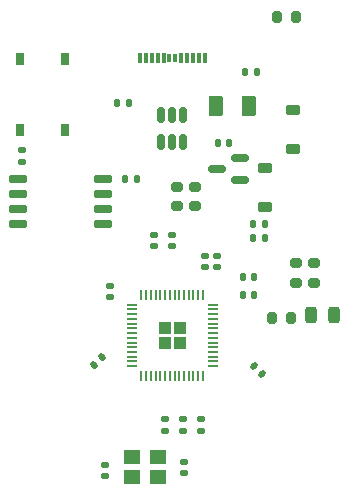
<source format=gbr>
%TF.GenerationSoftware,KiCad,Pcbnew,(7.0.0)*%
%TF.CreationDate,2023-03-04T09:22:39-05:00*%
%TF.ProjectId,ICOF1,49434f46-312e-46b6-9963-61645f706362,rev?*%
%TF.SameCoordinates,Original*%
%TF.FileFunction,Paste,Top*%
%TF.FilePolarity,Positive*%
%FSLAX46Y46*%
G04 Gerber Fmt 4.6, Leading zero omitted, Abs format (unit mm)*
G04 Created by KiCad (PCBNEW (7.0.0)) date 2023-03-04 09:22:39*
%MOMM*%
%LPD*%
G01*
G04 APERTURE LIST*
G04 Aperture macros list*
%AMRoundRect*
0 Rectangle with rounded corners*
0 $1 Rounding radius*
0 $2 $3 $4 $5 $6 $7 $8 $9 X,Y pos of 4 corners*
0 Add a 4 corners polygon primitive as box body*
4,1,4,$2,$3,$4,$5,$6,$7,$8,$9,$2,$3,0*
0 Add four circle primitives for the rounded corners*
1,1,$1+$1,$2,$3*
1,1,$1+$1,$4,$5*
1,1,$1+$1,$6,$7*
1,1,$1+$1,$8,$9*
0 Add four rect primitives between the rounded corners*
20,1,$1+$1,$2,$3,$4,$5,0*
20,1,$1+$1,$4,$5,$6,$7,0*
20,1,$1+$1,$6,$7,$8,$9,0*
20,1,$1+$1,$8,$9,$2,$3,0*%
G04 Aperture macros list end*
%ADD10R,0.750000X1.000000*%
%ADD11RoundRect,0.243750X-0.243750X-0.456250X0.243750X-0.456250X0.243750X0.456250X-0.243750X0.456250X0*%
%ADD12RoundRect,0.200000X-0.200000X-0.275000X0.200000X-0.275000X0.200000X0.275000X-0.200000X0.275000X0*%
%ADD13RoundRect,0.050000X-0.050000X-0.387500X0.050000X-0.387500X0.050000X0.387500X-0.050000X0.387500X0*%
%ADD14RoundRect,0.050000X-0.387500X-0.050000X0.387500X-0.050000X0.387500X0.050000X-0.387500X0.050000X0*%
%ADD15RoundRect,0.250000X-0.292217X-0.292217X0.292217X-0.292217X0.292217X0.292217X-0.292217X0.292217X0*%
%ADD16RoundRect,0.140000X0.170000X-0.140000X0.170000X0.140000X-0.170000X0.140000X-0.170000X-0.140000X0*%
%ADD17RoundRect,0.200000X-0.275000X0.200000X-0.275000X-0.200000X0.275000X-0.200000X0.275000X0.200000X0*%
%ADD18RoundRect,0.150000X0.587500X0.150000X-0.587500X0.150000X-0.587500X-0.150000X0.587500X-0.150000X0*%
%ADD19RoundRect,0.140000X0.140000X0.170000X-0.140000X0.170000X-0.140000X-0.170000X0.140000X-0.170000X0*%
%ADD20RoundRect,0.200000X0.275000X-0.200000X0.275000X0.200000X-0.275000X0.200000X-0.275000X-0.200000X0*%
%ADD21RoundRect,0.140000X-0.219203X-0.021213X-0.021213X-0.219203X0.219203X0.021213X0.021213X0.219203X0*%
%ADD22RoundRect,0.135000X0.135000X0.185000X-0.135000X0.185000X-0.135000X-0.185000X0.135000X-0.185000X0*%
%ADD23R,1.400000X1.200000*%
%ADD24RoundRect,0.140000X-0.021213X0.219203X-0.219203X0.021213X0.021213X-0.219203X0.219203X-0.021213X0*%
%ADD25RoundRect,0.250000X-0.375000X-0.625000X0.375000X-0.625000X0.375000X0.625000X-0.375000X0.625000X0*%
%ADD26RoundRect,0.225000X0.375000X-0.225000X0.375000X0.225000X-0.375000X0.225000X-0.375000X-0.225000X0*%
%ADD27RoundRect,0.200000X0.200000X0.275000X-0.200000X0.275000X-0.200000X-0.275000X0.200000X-0.275000X0*%
%ADD28RoundRect,0.140000X-0.140000X-0.170000X0.140000X-0.170000X0.140000X0.170000X-0.140000X0.170000X0*%
%ADD29RoundRect,0.135000X0.185000X-0.135000X0.185000X0.135000X-0.185000X0.135000X-0.185000X-0.135000X0*%
%ADD30RoundRect,0.140000X-0.170000X0.140000X-0.170000X-0.140000X0.170000X-0.140000X0.170000X0.140000X0*%
%ADD31RoundRect,0.135000X-0.185000X0.135000X-0.185000X-0.135000X0.185000X-0.135000X0.185000X0.135000X0*%
%ADD32RoundRect,0.150000X-0.150000X0.512500X-0.150000X-0.512500X0.150000X-0.512500X0.150000X0.512500X0*%
%ADD33RoundRect,0.135000X-0.135000X-0.185000X0.135000X-0.185000X0.135000X0.185000X-0.135000X0.185000X0*%
%ADD34R,0.300000X0.900000*%
%ADD35R,0.300000X0.700000*%
%ADD36RoundRect,0.150000X-0.650000X-0.150000X0.650000X-0.150000X0.650000X0.150000X-0.650000X0.150000X0*%
G04 APERTURE END LIST*
D10*
%TO.C,SW1*%
X201608999Y-30407106D03*
X201608999Y-36407106D03*
X197858999Y-30407106D03*
X197858999Y-36407106D03*
%TD*%
D11*
%TO.C,D3*%
X222492500Y-52075000D03*
X224367500Y-52075000D03*
%TD*%
D12*
%TO.C,R4*%
X219155000Y-52325000D03*
X220805000Y-52325000D03*
%TD*%
D13*
%TO.C,U3*%
X208104000Y-50364607D03*
X208504000Y-50364607D03*
X208904000Y-50364607D03*
X209304000Y-50364607D03*
X209704000Y-50364607D03*
X210104000Y-50364607D03*
X210504000Y-50364607D03*
X210904000Y-50364607D03*
X211304000Y-50364607D03*
X211704000Y-50364607D03*
X212104000Y-50364607D03*
X212504000Y-50364607D03*
X212904000Y-50364607D03*
X213304000Y-50364607D03*
D14*
X214141500Y-51202107D03*
X214141500Y-51602107D03*
X214141500Y-52002107D03*
X214141500Y-52402107D03*
X214141500Y-52802107D03*
X214141500Y-53202107D03*
X214141500Y-53602107D03*
X214141500Y-54002107D03*
X214141500Y-54402107D03*
X214141500Y-54802107D03*
X214141500Y-55202107D03*
X214141500Y-55602107D03*
X214141500Y-56002107D03*
X214141500Y-56402107D03*
D13*
X213304000Y-57239607D03*
X212904000Y-57239607D03*
X212504000Y-57239607D03*
X212104000Y-57239607D03*
X211704000Y-57239607D03*
X211304000Y-57239607D03*
X210904000Y-57239607D03*
X210504000Y-57239607D03*
X210104000Y-57239607D03*
X209704000Y-57239607D03*
X209304000Y-57239607D03*
X208904000Y-57239607D03*
X208504000Y-57239607D03*
X208104000Y-57239607D03*
D14*
X207266500Y-56402107D03*
X207266500Y-56002107D03*
X207266500Y-55602107D03*
X207266500Y-55202107D03*
X207266500Y-54802107D03*
X207266500Y-54402107D03*
X207266500Y-54002107D03*
X207266500Y-53602107D03*
X207266500Y-53202107D03*
X207266500Y-52802107D03*
X207266500Y-52402107D03*
X207266500Y-52002107D03*
X207266500Y-51602107D03*
X207266500Y-51202107D03*
D15*
X211341500Y-54439607D03*
X211341500Y-53164607D03*
X210066500Y-54439607D03*
X210066500Y-53164607D03*
%TD*%
D16*
%TO.C,C13*%
X205468750Y-49623125D03*
X205468750Y-50583125D03*
%TD*%
D17*
%TO.C,R5*%
X221154000Y-49337107D03*
X221154000Y-47687107D03*
%TD*%
D18*
%TO.C,U1*%
X214539000Y-39727107D03*
X216414000Y-38777107D03*
X216414000Y-40677107D03*
%TD*%
D19*
%TO.C,C2*%
X214544000Y-37487107D03*
X215504000Y-37487107D03*
%TD*%
D20*
%TO.C,R6*%
X222694000Y-47687107D03*
X222694000Y-49337107D03*
%TD*%
D21*
%TO.C,C11*%
X218349411Y-57062411D03*
X217670589Y-56383589D03*
%TD*%
D22*
%TO.C,R2*%
X206044000Y-34137107D03*
X207064000Y-34137107D03*
%TD*%
D23*
%TO.C,Y1*%
X209517999Y-65796356D03*
X207317999Y-65796356D03*
X207317999Y-64096356D03*
X209517999Y-64096356D03*
%TD*%
D24*
%TO.C,C15*%
X204113339Y-56284536D03*
X204792161Y-55605714D03*
%TD*%
D16*
%TO.C,C8*%
X211691750Y-64482125D03*
X211691750Y-65442125D03*
%TD*%
D25*
%TO.C,F1*%
X217234000Y-34367107D03*
X214434000Y-34367107D03*
%TD*%
D26*
%TO.C,D2*%
X220954000Y-34737107D03*
X220954000Y-38037107D03*
%TD*%
D27*
%TO.C,R1*%
X219555000Y-26850000D03*
X221205000Y-26850000D03*
%TD*%
D19*
%TO.C,C9*%
X217564000Y-44332107D03*
X218524000Y-44332107D03*
%TD*%
D28*
%TO.C,C1*%
X218524000Y-45532107D03*
X217564000Y-45532107D03*
%TD*%
D16*
%TO.C,C4*%
X213469750Y-47083125D03*
X213469750Y-48043125D03*
%TD*%
D29*
%TO.C,R11*%
X210130000Y-60890000D03*
X210130000Y-61910000D03*
%TD*%
D30*
%TO.C,C6*%
X213117000Y-61870357D03*
X213117000Y-60910357D03*
%TD*%
D28*
%TO.C,C16*%
X217661000Y-48817357D03*
X216701000Y-48817357D03*
%TD*%
D16*
%TO.C,C12*%
X214485750Y-47083125D03*
X214485750Y-48043125D03*
%TD*%
D28*
%TO.C,C3*%
X207704000Y-40547107D03*
X206744000Y-40547107D03*
%TD*%
D30*
%TO.C,C7*%
X204989000Y-65696125D03*
X204989000Y-64736125D03*
%TD*%
D17*
%TO.C,R9*%
X212664000Y-42872107D03*
X212664000Y-41222107D03*
%TD*%
D31*
%TO.C,R10*%
X197974000Y-39137107D03*
X197974000Y-38117107D03*
%TD*%
D17*
%TO.C,R8*%
X211134000Y-42872107D03*
X211134000Y-41222107D03*
%TD*%
D16*
%TO.C,C10*%
X210704000Y-45289357D03*
X210704000Y-46249357D03*
%TD*%
D26*
%TO.C,D1*%
X218574000Y-39667107D03*
X218574000Y-42967107D03*
%TD*%
D30*
%TO.C,C14*%
X211593000Y-61870357D03*
X211593000Y-60910357D03*
%TD*%
D16*
%TO.C,C5*%
X209180000Y-45289357D03*
X209180000Y-46249357D03*
%TD*%
D32*
%TO.C,U2*%
X211654000Y-37394607D03*
X210704000Y-37394607D03*
X209754000Y-37394607D03*
X209754000Y-35119607D03*
X210704000Y-35119607D03*
X211654000Y-35119607D03*
%TD*%
D28*
%TO.C,C17*%
X217661000Y-50341357D03*
X216701000Y-50341357D03*
%TD*%
D33*
%TO.C,R3*%
X217894000Y-31477107D03*
X216874000Y-31477107D03*
%TD*%
D34*
%TO.C,J1*%
X207973999Y-30277106D03*
X208473999Y-30277106D03*
X208973999Y-30277106D03*
X209473999Y-30277106D03*
X209973999Y-30277106D03*
D35*
X210473999Y-30277106D03*
X210973999Y-30277106D03*
D34*
X211473999Y-30277106D03*
X211973999Y-30277106D03*
X212473999Y-30277106D03*
X212973999Y-30277106D03*
X213473999Y-30277106D03*
%TD*%
D36*
%TO.C,U4*%
X204830000Y-40545000D03*
X204830000Y-41815000D03*
X204830000Y-43085000D03*
X204830000Y-44355000D03*
X197630000Y-44355000D03*
X197630000Y-43085000D03*
X197630000Y-41815000D03*
X197630000Y-40545000D03*
%TD*%
M02*

</source>
